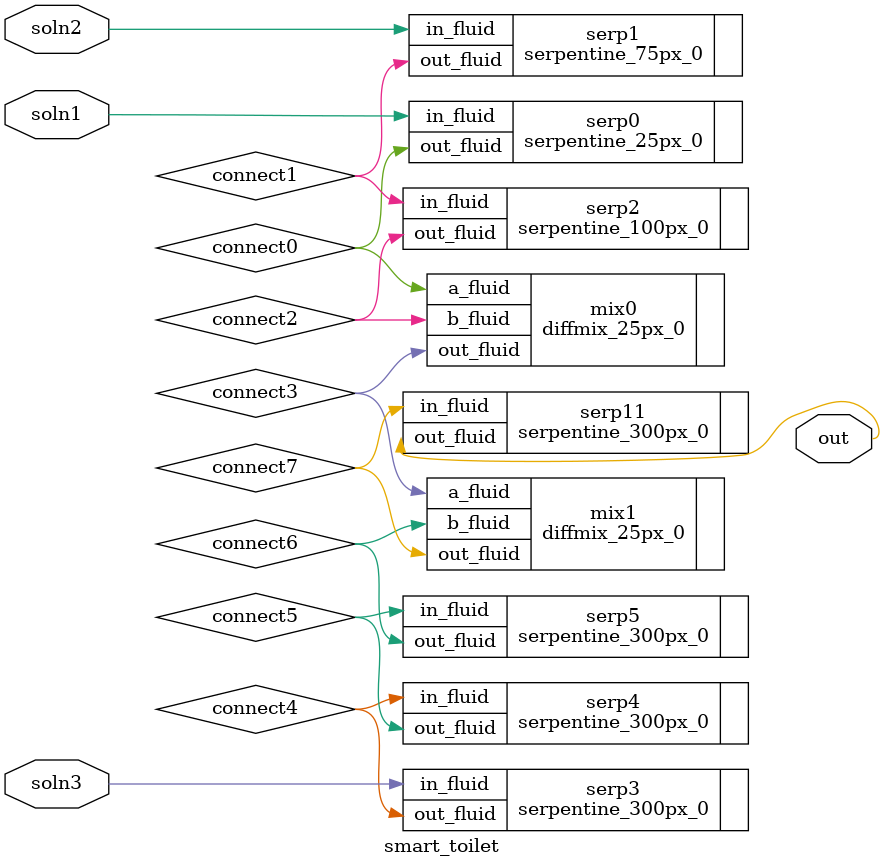
<source format=v>
module smart_toilet (
    soln1,
    soln2,
    soln3,
    out
);

input   soln1, soln2, soln3; 
//, soln4, soln5;
output  out;

// connect0,  

wire    connect1,  connect2,  connect3,  connect4,  connect5,  connect6,  connect7;
//,  connect8,  connect9,
//        connect10, connect11, connect12;

serpentine_25px_0   serp0   (.in_fluid(soln1), .out_fluid(connect0));

serpentine_75px_0   serp1   (.in_fluid(soln2), .out_fluid(connect1));
serpentine_100px_0  serp2   (.in_fluid(connect1), .out_fluid(connect2));

// diffmix_25px_0      mix0    (.a_fluid(soln1), .b_fluid(connect2), .out_fluid(connect3));
diffmix_25px_0      mix0    (.a_fluid(connect0), .b_fluid(connect2), .out_fluid(connect3));


serpentine_300px_0  serp3   (.in_fluid(soln3), .out_fluid(connect4));
serpentine_300px_0  serp4   (.in_fluid(connect4), .out_fluid(connect5));
serpentine_300px_0  serp5   (.in_fluid(connect5), .out_fluid(connect6));
//serpentine_300px_0  serp6   (.in_fluid(connect6), .out_fluid(connect8));
// serpentine_300px_0  serp7   (.in_fluid(connect8), .out_fluid(connect9));
// serpentine_300px_0  serp8   (.in_fluid(connect9), .out_fluid(connect10));
// serpentine_300px_0  serp9   (.in_fluid(connect10), .out_fluid(connect11));
// serpentine_300px_0  serp10  (.in_fluid(connect11), .out_fluid(connect12));

diffmix_25px_0      mix1    (.a_fluid(connect3), .b_fluid(connect6), .out_fluid(connect7));

serpentine_300px_0  serp11  (.in_fluid(connect7), .out_fluid(out));

endmodule
</source>
